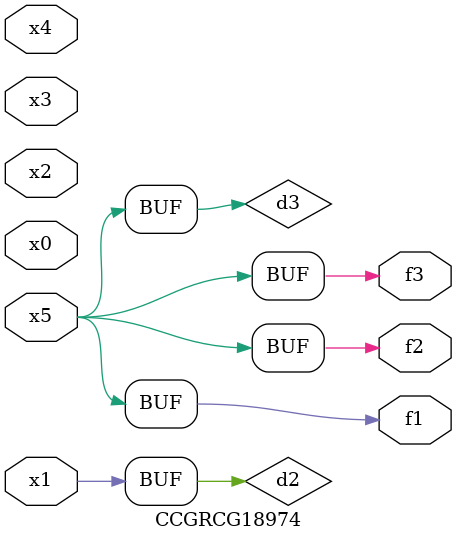
<source format=v>
module CCGRCG18974(
	input x0, x1, x2, x3, x4, x5,
	output f1, f2, f3
);

	wire d1, d2, d3;

	not (d1, x5);
	or (d2, x1);
	xnor (d3, d1);
	assign f1 = d3;
	assign f2 = d3;
	assign f3 = d3;
endmodule

</source>
